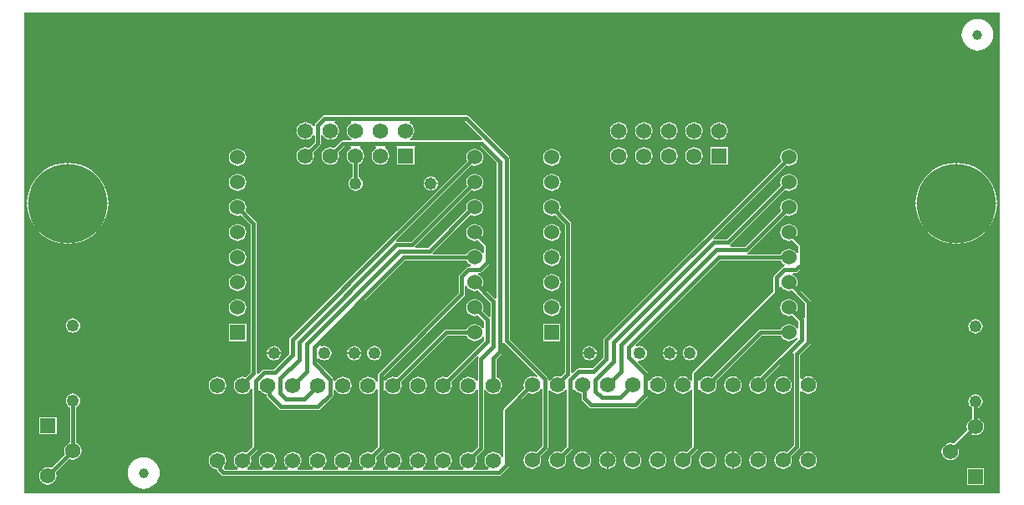
<source format=gtl>
G04*
G04 #@! TF.GenerationSoftware,Altium Limited,Altium Designer,20.0.13 (296)*
G04*
G04 Layer_Physical_Order=1*
G04 Layer_Color=255*
%FSLAX25Y25*%
%MOIN*%
G70*
G01*
G75*
%ADD21C,0.01500*%
%ADD22C,0.31496*%
%ADD23C,0.03937*%
%ADD24C,0.06000*%
%ADD25R,0.06000X0.06000*%
%ADD26C,0.04921*%
%ADD27C,0.06142*%
%ADD28R,0.06142X0.06142*%
%ADD29R,0.06142X0.06142*%
G36*
X391286Y2415D02*
X2415D01*
Y194436D01*
X391286D01*
Y2415D01*
D02*
G37*
%LPC*%
G36*
X382500Y191730D02*
X381264Y191608D01*
X380075Y191247D01*
X378980Y190662D01*
X378020Y189874D01*
X377232Y188914D01*
X376646Y187818D01*
X376286Y186630D01*
X376164Y185394D01*
X376286Y184158D01*
X376646Y182969D01*
X377232Y181874D01*
X378020Y180913D01*
X378980Y180125D01*
X380075Y179540D01*
X381264Y179179D01*
X382500Y179058D01*
X383736Y179179D01*
X384925Y179540D01*
X386020Y180125D01*
X386980Y180913D01*
X387768Y181874D01*
X388354Y182969D01*
X388714Y184158D01*
X388836Y185394D01*
X388714Y186630D01*
X388354Y187818D01*
X387768Y188914D01*
X386980Y189874D01*
X386020Y190662D01*
X384925Y191247D01*
X383736Y191608D01*
X382500Y191730D01*
D02*
G37*
G36*
X279668Y150522D02*
Y147247D01*
X282943D01*
X282850Y147953D01*
X282500Y148798D01*
X281944Y149523D01*
X281219Y150079D01*
X280375Y150429D01*
X279668Y150522D01*
D02*
G37*
G36*
X279269D02*
X278562Y150429D01*
X277718Y150079D01*
X276993Y149523D01*
X276437Y148798D01*
X276087Y147953D01*
X275994Y147247D01*
X279269D01*
Y150522D01*
D02*
G37*
G36*
X269669D02*
Y147247D01*
X272943D01*
X272850Y147953D01*
X272500Y148798D01*
X271944Y149523D01*
X271219Y150079D01*
X270375Y150429D01*
X269669Y150522D01*
D02*
G37*
G36*
X269268D02*
X268562Y150429D01*
X267718Y150079D01*
X266993Y149523D01*
X266437Y148798D01*
X266087Y147953D01*
X265994Y147247D01*
X269268D01*
Y150522D01*
D02*
G37*
G36*
X259668D02*
Y147247D01*
X262943D01*
X262850Y147953D01*
X262500Y148798D01*
X261944Y149523D01*
X261219Y150079D01*
X260375Y150429D01*
X259668Y150522D01*
D02*
G37*
G36*
X259268D02*
X258562Y150429D01*
X257718Y150079D01*
X256993Y149523D01*
X256437Y148798D01*
X256087Y147953D01*
X255994Y147247D01*
X259268D01*
Y150522D01*
D02*
G37*
G36*
X249669D02*
Y147247D01*
X252943D01*
X252850Y147953D01*
X252500Y148798D01*
X251944Y149523D01*
X251219Y150079D01*
X250375Y150429D01*
X249669Y150522D01*
D02*
G37*
G36*
X249269D02*
X248562Y150429D01*
X247718Y150079D01*
X246993Y149523D01*
X246437Y148798D01*
X246087Y147953D01*
X245994Y147247D01*
X249269D01*
Y150522D01*
D02*
G37*
G36*
X239668D02*
Y147247D01*
X242943D01*
X242850Y147953D01*
X242500Y148798D01*
X241944Y149523D01*
X241219Y150079D01*
X240375Y150429D01*
X239668Y150522D01*
D02*
G37*
G36*
X239268D02*
X238562Y150429D01*
X237718Y150079D01*
X236993Y149523D01*
X236437Y148798D01*
X236087Y147953D01*
X235994Y147247D01*
X239268D01*
Y150522D01*
D02*
G37*
G36*
X114269D02*
X113562Y150429D01*
X112718Y150079D01*
X111993Y149523D01*
X111437Y148798D01*
X111087Y147953D01*
X110994Y147247D01*
X114269D01*
Y150522D01*
D02*
G37*
G36*
X282943Y146847D02*
X279668D01*
Y143573D01*
X280375Y143666D01*
X281219Y144016D01*
X281944Y144572D01*
X282500Y145297D01*
X282850Y146141D01*
X282943Y146847D01*
D02*
G37*
G36*
X279269D02*
X275994D01*
X276087Y146141D01*
X276437Y145297D01*
X276993Y144572D01*
X277718Y144016D01*
X278562Y143666D01*
X279269Y143573D01*
Y146847D01*
D02*
G37*
G36*
X272943D02*
X269669D01*
Y143573D01*
X270375Y143666D01*
X271219Y144016D01*
X271944Y144572D01*
X272500Y145297D01*
X272850Y146141D01*
X272943Y146847D01*
D02*
G37*
G36*
X269268D02*
X265994D01*
X266087Y146141D01*
X266437Y145297D01*
X266993Y144572D01*
X267718Y144016D01*
X268562Y143666D01*
X269268Y143573D01*
Y146847D01*
D02*
G37*
G36*
X262943D02*
X259668D01*
Y143573D01*
X260375Y143666D01*
X261219Y144016D01*
X261944Y144572D01*
X262500Y145297D01*
X262850Y146141D01*
X262943Y146847D01*
D02*
G37*
G36*
X259268D02*
X255994D01*
X256087Y146141D01*
X256437Y145297D01*
X256993Y144572D01*
X257718Y144016D01*
X258562Y143666D01*
X259268Y143573D01*
Y146847D01*
D02*
G37*
G36*
X252943D02*
X249669D01*
Y143573D01*
X250375Y143666D01*
X251219Y144016D01*
X251944Y144572D01*
X252500Y145297D01*
X252850Y146141D01*
X252943Y146847D01*
D02*
G37*
G36*
X249269D02*
X245994D01*
X246087Y146141D01*
X246437Y145297D01*
X246993Y144572D01*
X247718Y144016D01*
X248562Y143666D01*
X249269Y143573D01*
Y146847D01*
D02*
G37*
G36*
X242943D02*
X239668D01*
Y143573D01*
X240375Y143666D01*
X241219Y144016D01*
X241944Y144572D01*
X242500Y145297D01*
X242850Y146141D01*
X242943Y146847D01*
D02*
G37*
G36*
X239268D02*
X235994D01*
X236087Y146141D01*
X236437Y145297D01*
X236993Y144572D01*
X237718Y144016D01*
X238562Y143666D01*
X239268Y143573D01*
Y146847D01*
D02*
G37*
G36*
X127943D02*
X124669D01*
Y143573D01*
X125375Y143666D01*
X126219Y144016D01*
X126944Y144572D01*
X127500Y145297D01*
X127850Y146141D01*
X127943Y146847D01*
D02*
G37*
G36*
X114269D02*
X110994D01*
X111087Y146141D01*
X111437Y145297D01*
X111993Y144572D01*
X112718Y144016D01*
X113562Y143666D01*
X114269Y143573D01*
Y146847D01*
D02*
G37*
G36*
X282939Y140518D02*
X275998D01*
Y133576D01*
X282939D01*
Y140518D01*
D02*
G37*
G36*
X269468Y140548D02*
X268562Y140429D01*
X267718Y140079D01*
X266993Y139523D01*
X266437Y138798D01*
X266087Y137953D01*
X265968Y137047D01*
X266087Y136141D01*
X266437Y135297D01*
X266993Y134572D01*
X267718Y134016D01*
X268562Y133666D01*
X269468Y133546D01*
X270375Y133666D01*
X271219Y134016D01*
X271944Y134572D01*
X272500Y135297D01*
X272850Y136141D01*
X272969Y137047D01*
X272850Y137953D01*
X272500Y138798D01*
X271944Y139523D01*
X271219Y140079D01*
X270375Y140429D01*
X269468Y140548D01*
D02*
G37*
G36*
X259469D02*
X258562Y140429D01*
X257718Y140079D01*
X256993Y139523D01*
X256437Y138798D01*
X256087Y137953D01*
X255968Y137047D01*
X256087Y136141D01*
X256437Y135297D01*
X256993Y134572D01*
X257718Y134016D01*
X258562Y133666D01*
X259469Y133546D01*
X260375Y133666D01*
X261219Y134016D01*
X261944Y134572D01*
X262500Y135297D01*
X262850Y136141D01*
X262969Y137047D01*
X262850Y137953D01*
X262500Y138798D01*
X261944Y139523D01*
X261219Y140079D01*
X260375Y140429D01*
X259469Y140548D01*
D02*
G37*
G36*
X249468D02*
X248562Y140429D01*
X247718Y140079D01*
X246993Y139523D01*
X246437Y138798D01*
X246087Y137953D01*
X245968Y137047D01*
X246087Y136141D01*
X246437Y135297D01*
X246993Y134572D01*
X247718Y134016D01*
X248562Y133666D01*
X249468Y133546D01*
X250375Y133666D01*
X251219Y134016D01*
X251944Y134572D01*
X252500Y135297D01*
X252850Y136141D01*
X252969Y137047D01*
X252850Y137953D01*
X252500Y138798D01*
X251944Y139523D01*
X251219Y140079D01*
X250375Y140429D01*
X249468Y140548D01*
D02*
G37*
G36*
X239469D02*
X238562Y140429D01*
X237718Y140079D01*
X236993Y139523D01*
X236437Y138798D01*
X236087Y137953D01*
X235968Y137047D01*
X236087Y136141D01*
X236437Y135297D01*
X236993Y134572D01*
X237718Y134016D01*
X238562Y133666D01*
X239469Y133546D01*
X240375Y133666D01*
X241219Y134016D01*
X241944Y134572D01*
X242500Y135297D01*
X242850Y136141D01*
X242969Y137047D01*
X242850Y137953D01*
X242500Y138798D01*
X241944Y139523D01*
X241219Y140079D01*
X240375Y140429D01*
X239469Y140548D01*
D02*
G37*
G36*
X212769Y139886D02*
X211881Y139769D01*
X211054Y139427D01*
X210344Y138882D01*
X209799Y138171D01*
X209456Y137344D01*
X209339Y136457D01*
X209456Y135569D01*
X209799Y134742D01*
X210344Y134032D01*
X211054Y133487D01*
X211881Y133144D01*
X212769Y133027D01*
X213656Y133144D01*
X214483Y133487D01*
X215193Y134032D01*
X215738Y134742D01*
X216081Y135569D01*
X216198Y136457D01*
X216081Y137344D01*
X215738Y138171D01*
X215193Y138882D01*
X214483Y139427D01*
X213656Y139769D01*
X212769Y139886D01*
D02*
G37*
G36*
X178655Y153226D02*
X122026D01*
X121577Y153137D01*
X121196Y152883D01*
X118573Y150259D01*
X118319Y149879D01*
X118229Y149430D01*
Y149095D01*
X117698Y148878D01*
X117442Y148874D01*
X116944Y149523D01*
X116219Y150079D01*
X115375Y150429D01*
X114669Y150522D01*
Y147047D01*
Y143573D01*
X115375Y143666D01*
X116219Y144016D01*
X116944Y144572D01*
X117442Y145221D01*
X117698Y145216D01*
X118229Y145000D01*
Y142466D01*
X115953Y140189D01*
X115375Y140429D01*
X114469Y140548D01*
X113562Y140429D01*
X112718Y140079D01*
X111993Y139523D01*
X111437Y138798D01*
X111087Y137953D01*
X110968Y137047D01*
X111087Y136141D01*
X111437Y135297D01*
X111993Y134572D01*
X112718Y134016D01*
X113562Y133666D01*
X114469Y133546D01*
X115375Y133666D01*
X116219Y134016D01*
X116944Y134572D01*
X117500Y135297D01*
X117850Y136141D01*
X117969Y137047D01*
X117850Y137953D01*
X117611Y138531D01*
X120231Y141152D01*
X120485Y141532D01*
X120574Y141981D01*
Y145321D01*
X121362Y145477D01*
X121437Y145297D01*
X121993Y144572D01*
X122718Y144016D01*
X123562Y143666D01*
X124268Y143573D01*
Y147047D01*
X124469D01*
Y147247D01*
X127943D01*
X127850Y147953D01*
X127500Y148798D01*
X126944Y149523D01*
X126219Y150079D01*
X126183Y150094D01*
X126339Y150881D01*
X132597D01*
X132754Y150094D01*
X132718Y150079D01*
X131993Y149523D01*
X131437Y148798D01*
X131087Y147953D01*
X130994Y147247D01*
X134468D01*
Y146847D01*
X130994D01*
X131087Y146141D01*
X131437Y145297D01*
X131993Y144572D01*
X132718Y144016D01*
X132903Y143939D01*
X132746Y143151D01*
X129400D01*
X128952Y143062D01*
X128571Y142808D01*
X125952Y140189D01*
X125375Y140429D01*
X124469Y140548D01*
X123562Y140429D01*
X122718Y140079D01*
X121993Y139523D01*
X121437Y138798D01*
X121087Y137953D01*
X120968Y137047D01*
X121087Y136141D01*
X121437Y135297D01*
X121993Y134572D01*
X122718Y134016D01*
X123562Y133666D01*
X124469Y133546D01*
X125375Y133666D01*
X126219Y134016D01*
X126944Y134572D01*
X127500Y135297D01*
X127850Y136141D01*
X127969Y137047D01*
X127850Y137953D01*
X127611Y138531D01*
X129886Y140806D01*
X132417D01*
X132634Y140282D01*
X132640Y140019D01*
X131993Y139523D01*
X131437Y138798D01*
X131087Y137953D01*
X130968Y137047D01*
X131087Y136141D01*
X131437Y135297D01*
X131993Y134572D01*
X132718Y134016D01*
X133296Y133776D01*
Y128595D01*
X133026Y128483D01*
X132428Y128024D01*
X131970Y127427D01*
X131682Y126731D01*
X131583Y125984D01*
X131682Y125238D01*
X131970Y124542D01*
X132428Y123944D01*
X133026Y123486D01*
X133722Y123197D01*
X134468Y123099D01*
X135215Y123197D01*
X135911Y123486D01*
X136509Y123944D01*
X136967Y124542D01*
X137256Y125238D01*
X137354Y125984D01*
X137256Y126731D01*
X136967Y127427D01*
X136509Y128024D01*
X135911Y128483D01*
X135641Y128595D01*
Y133776D01*
X136219Y134016D01*
X136944Y134572D01*
X137500Y135297D01*
X137850Y136141D01*
X137969Y137047D01*
X137850Y137953D01*
X137500Y138798D01*
X136944Y139523D01*
X136297Y140019D01*
X136303Y140282D01*
X136520Y140806D01*
X142417D01*
X142634Y140282D01*
X142640Y140019D01*
X141993Y139523D01*
X141437Y138798D01*
X141087Y137953D01*
X140968Y137047D01*
X141087Y136141D01*
X141437Y135297D01*
X141993Y134572D01*
X142718Y134016D01*
X143562Y133666D01*
X144468Y133546D01*
X145375Y133666D01*
X146219Y134016D01*
X146944Y134572D01*
X147500Y135297D01*
X147850Y136141D01*
X147969Y137047D01*
X147850Y137953D01*
X147500Y138798D01*
X146944Y139523D01*
X146297Y140019D01*
X146303Y140282D01*
X146520Y140806D01*
X150330D01*
X150998Y140518D01*
X150998Y140019D01*
Y133576D01*
X157939D01*
Y140019D01*
X157939Y140518D01*
X158607Y140806D01*
X184307D01*
X190828Y134286D01*
Y80370D01*
X190040Y80043D01*
X185056Y85027D01*
X185281Y85569D01*
X185398Y86457D01*
X185281Y87344D01*
X184938Y88171D01*
X184393Y88882D01*
X183683Y89427D01*
X183279Y89594D01*
X183435Y90382D01*
X183952D01*
X184401Y90471D01*
X184781Y90725D01*
X187787Y93731D01*
X188042Y94112D01*
X188131Y94560D01*
Y101467D01*
X188042Y101916D01*
X187787Y102296D01*
X185056Y105027D01*
X185281Y105569D01*
X185398Y106457D01*
X185281Y107344D01*
X184938Y108171D01*
X184393Y108882D01*
X183683Y109427D01*
X182856Y109769D01*
X181968Y109886D01*
X181081Y109769D01*
X180254Y109427D01*
X179544Y108882D01*
X178999Y108171D01*
X178656Y107344D01*
X178539Y106457D01*
X178656Y105569D01*
X178999Y104742D01*
X179544Y104032D01*
X180254Y103487D01*
X181081Y103144D01*
X181968Y103027D01*
X182856Y103144D01*
X183398Y103369D01*
X185786Y100981D01*
Y98183D01*
X184998Y98027D01*
X184938Y98171D01*
X184393Y98882D01*
X183683Y99427D01*
X182856Y99769D01*
X181968Y99886D01*
X181081Y99769D01*
X180254Y99427D01*
X179544Y98882D01*
X178999Y98171D01*
X178774Y97629D01*
X165401D01*
X165075Y98417D01*
X180192Y113534D01*
X180254Y113487D01*
X181081Y113144D01*
X181968Y113027D01*
X182856Y113144D01*
X183683Y113487D01*
X184393Y114032D01*
X184938Y114742D01*
X185281Y115569D01*
X185398Y116457D01*
X185281Y117344D01*
X184938Y118171D01*
X184393Y118882D01*
X183683Y119427D01*
X182856Y119769D01*
X181968Y119886D01*
X181081Y119769D01*
X180254Y119427D01*
X179544Y118882D01*
X178999Y118171D01*
X178656Y117344D01*
X178539Y116457D01*
X178656Y115569D01*
X178731Y115389D01*
X163514Y100172D01*
X158456D01*
X158130Y100960D01*
X180539Y123369D01*
X181081Y123144D01*
X181968Y123027D01*
X182856Y123144D01*
X183683Y123487D01*
X184393Y124032D01*
X184938Y124742D01*
X185281Y125569D01*
X185398Y126457D01*
X185281Y127344D01*
X184938Y128171D01*
X184393Y128882D01*
X183683Y129427D01*
X182856Y129769D01*
X181968Y129886D01*
X181081Y129769D01*
X180254Y129427D01*
X179544Y128882D01*
X178999Y128171D01*
X178656Y127344D01*
X178539Y126457D01*
X178656Y125569D01*
X178881Y125027D01*
X156526Y102673D01*
X150944D01*
X150679Y103085D01*
X150599Y103441D01*
X152460Y105302D01*
X152496Y105326D01*
X180539Y133369D01*
X181081Y133144D01*
X181968Y133027D01*
X182856Y133144D01*
X183683Y133487D01*
X184393Y134032D01*
X184938Y134742D01*
X185281Y135569D01*
X185398Y136457D01*
X185281Y137344D01*
X184938Y138171D01*
X184393Y138882D01*
X183683Y139427D01*
X182856Y139769D01*
X181968Y139886D01*
X181081Y139769D01*
X180254Y139427D01*
X179544Y138882D01*
X178999Y138171D01*
X178656Y137344D01*
X178539Y136457D01*
X178656Y135569D01*
X178881Y135027D01*
X150862Y107008D01*
X150826Y106984D01*
X108372Y64531D01*
X108118Y64150D01*
X108029Y63701D01*
Y58024D01*
X101727Y51723D01*
X97919D01*
X97470Y51633D01*
X97090Y51379D01*
X95796Y50085D01*
X95477Y50148D01*
X95023Y50426D01*
Y110074D01*
X94934Y110523D01*
X94680Y110904D01*
X90556Y115027D01*
X90781Y115569D01*
X90898Y116457D01*
X90781Y117344D01*
X90438Y118171D01*
X89893Y118882D01*
X89183Y119427D01*
X88356Y119769D01*
X87468Y119886D01*
X86581Y119769D01*
X85754Y119427D01*
X85044Y118882D01*
X84499Y118171D01*
X84156Y117344D01*
X84039Y116457D01*
X84156Y115569D01*
X84499Y114742D01*
X85044Y114032D01*
X85754Y113487D01*
X86581Y113144D01*
X87468Y113027D01*
X88356Y113144D01*
X88898Y113369D01*
X92678Y109589D01*
Y50723D01*
X90626Y48671D01*
X90375Y48775D01*
X89468Y48895D01*
X88562Y48775D01*
X87718Y48425D01*
X86993Y47869D01*
X86437Y47144D01*
X86087Y46300D01*
X85968Y45394D01*
X86087Y44488D01*
X86437Y43643D01*
X86993Y42918D01*
X87718Y42362D01*
X88562Y42012D01*
X89468Y41893D01*
X90375Y42012D01*
X91219Y42362D01*
X91944Y42918D01*
X92500Y43643D01*
X92703Y44133D01*
X93491Y43977D01*
Y21074D01*
X90952Y18536D01*
X90375Y18775D01*
X89468Y18894D01*
X88562Y18775D01*
X87718Y18426D01*
X86993Y17869D01*
X86437Y17144D01*
X86087Y16300D01*
X85968Y15394D01*
X86087Y14488D01*
X86437Y13643D01*
X86993Y12918D01*
X87590Y12460D01*
X87520Y11961D01*
X87379Y11672D01*
X82554D01*
X82061Y12189D01*
X81944Y12918D01*
X82500Y13643D01*
X82850Y14488D01*
X82969Y15394D01*
X82850Y16300D01*
X82500Y17144D01*
X81944Y17869D01*
X81219Y18426D01*
X80375Y18775D01*
X79469Y18894D01*
X78562Y18775D01*
X77718Y18426D01*
X76993Y17869D01*
X76437Y17144D01*
X76087Y16300D01*
X75968Y15394D01*
X76087Y14488D01*
X76437Y13643D01*
X76993Y12918D01*
X77718Y12362D01*
X78562Y12012D01*
X79184Y11930D01*
Y11799D01*
X79273Y11351D01*
X79527Y10970D01*
X80827Y9671D01*
X81207Y9417D01*
X81656Y9328D01*
X191614D01*
X192063Y9417D01*
X192443Y9671D01*
X195479Y12707D01*
X195733Y13087D01*
X195822Y13536D01*
Y34937D01*
X203323Y42438D01*
X204094Y42118D01*
X205000Y41999D01*
X205906Y42118D01*
X206750Y42468D01*
X207475Y43025D01*
X208032Y43750D01*
X208139Y44009D01*
X208927Y43852D01*
Y21085D01*
X206484Y18642D01*
X205906Y18881D01*
X205000Y19001D01*
X204094Y18881D01*
X203250Y18532D01*
X202524Y17976D01*
X201968Y17250D01*
X201619Y16406D01*
X201499Y15500D01*
X201619Y14594D01*
X201968Y13750D01*
X202524Y13025D01*
X203250Y12468D01*
X204094Y12118D01*
X205000Y11999D01*
X205906Y12118D01*
X206750Y12468D01*
X207475Y13025D01*
X208032Y13750D01*
X208382Y14594D01*
X208501Y15500D01*
X208382Y16406D01*
X208142Y16984D01*
X210928Y19770D01*
X211182Y20150D01*
X211272Y20599D01*
Y43417D01*
X211609Y43578D01*
X212059Y43631D01*
X212525Y43025D01*
X213250Y42468D01*
X214094Y42118D01*
X215000Y41999D01*
X215906Y42118D01*
X216750Y42468D01*
X217476Y43025D01*
X218032Y43750D01*
X218040Y43770D01*
X218828Y43613D01*
Y20986D01*
X216484Y18642D01*
X215906Y18881D01*
X215000Y19001D01*
X214094Y18881D01*
X213250Y18532D01*
X212525Y17976D01*
X211968Y17250D01*
X211618Y16406D01*
X211499Y15500D01*
X211618Y14594D01*
X211968Y13750D01*
X212525Y13025D01*
X213250Y12468D01*
X214094Y12118D01*
X215000Y11999D01*
X215906Y12118D01*
X216750Y12468D01*
X217476Y13025D01*
X218032Y13750D01*
X218382Y14594D01*
X218501Y15500D01*
X218382Y16406D01*
X218142Y16984D01*
X220829Y19671D01*
X221083Y20051D01*
X221172Y20500D01*
Y43613D01*
X221960Y43770D01*
X221968Y43750D01*
X222524Y43025D01*
X223250Y42468D01*
X224094Y42118D01*
X224648Y42046D01*
Y40179D01*
X224738Y39730D01*
X224992Y39350D01*
X227671Y36671D01*
X228051Y36417D01*
X228500Y36327D01*
X246000D01*
X246449Y36417D01*
X246829Y36671D01*
X250829Y40671D01*
X251083Y41051D01*
X251172Y41500D01*
Y43613D01*
X251960Y43770D01*
X251968Y43750D01*
X252524Y43025D01*
X253250Y42468D01*
X254094Y42118D01*
X255000Y41999D01*
X255906Y42118D01*
X256750Y42468D01*
X257475Y43025D01*
X258032Y43750D01*
X258382Y44594D01*
X258501Y45500D01*
X258382Y46406D01*
X258032Y47250D01*
X257475Y47976D01*
X256750Y48532D01*
X255906Y48882D01*
X255000Y49001D01*
X254094Y48882D01*
X253250Y48532D01*
X252524Y47976D01*
X251968Y47250D01*
X251960Y47230D01*
X251172Y47387D01*
Y50000D01*
X251083Y50449D01*
X250829Y50829D01*
X246997Y54661D01*
X247365Y55407D01*
X247804Y55349D01*
X248551Y55447D01*
X249246Y55736D01*
X249844Y56194D01*
X250302Y56792D01*
X250591Y57488D01*
X250689Y58234D01*
X250591Y58981D01*
X250302Y59677D01*
X249844Y60275D01*
X249246Y60733D01*
X248551Y61021D01*
X247804Y61120D01*
X247057Y61021D01*
X246607Y60835D01*
X246161Y61502D01*
X279942Y95284D01*
X304074D01*
X304299Y94742D01*
X304844Y94032D01*
X305554Y93487D01*
X305619Y93460D01*
X305462Y92672D01*
X305248D01*
X304799Y92583D01*
X304419Y92329D01*
X301445Y89355D01*
X301191Y88974D01*
X301101Y88526D01*
Y82759D01*
X269171Y50829D01*
X268917Y50449D01*
X268828Y50000D01*
Y47387D01*
X268040Y47230D01*
X268032Y47250D01*
X267476Y47976D01*
X266750Y48532D01*
X265906Y48882D01*
X265000Y49001D01*
X264094Y48882D01*
X263250Y48532D01*
X262525Y47976D01*
X261968Y47250D01*
X261618Y46406D01*
X261499Y45500D01*
X261618Y44594D01*
X261968Y43750D01*
X262525Y43025D01*
X263250Y42468D01*
X264094Y42118D01*
X265000Y41999D01*
X265906Y42118D01*
X266750Y42468D01*
X267476Y43025D01*
X268032Y43750D01*
X268040Y43770D01*
X268828Y43613D01*
Y20986D01*
X266484Y18642D01*
X265906Y18881D01*
X265000Y19001D01*
X264094Y18881D01*
X263250Y18532D01*
X262525Y17976D01*
X261968Y17250D01*
X261618Y16406D01*
X261499Y15500D01*
X261618Y14594D01*
X261968Y13750D01*
X262525Y13025D01*
X263250Y12468D01*
X264094Y12118D01*
X265000Y11999D01*
X265906Y12118D01*
X266750Y12468D01*
X267476Y13025D01*
X268032Y13750D01*
X268382Y14594D01*
X268501Y15500D01*
X268382Y16406D01*
X268142Y16984D01*
X270829Y19671D01*
X271083Y20051D01*
X271172Y20500D01*
Y43613D01*
X271960Y43770D01*
X271968Y43750D01*
X272524Y43025D01*
X273250Y42468D01*
X274094Y42118D01*
X275000Y41999D01*
X275906Y42118D01*
X276750Y42468D01*
X277476Y43025D01*
X278032Y43750D01*
X278381Y44594D01*
X278501Y45500D01*
X278381Y46406D01*
X278142Y46984D01*
X296442Y65284D01*
X304074D01*
X304299Y64742D01*
X304844Y64032D01*
X305554Y63487D01*
X306381Y63144D01*
X307269Y63027D01*
X308156Y63144D01*
X308983Y63487D01*
X309693Y64032D01*
X309886Y64282D01*
X310751Y64116D01*
X310796Y63955D01*
X295745Y48903D01*
X295000Y49001D01*
X294094Y48882D01*
X293250Y48532D01*
X292525Y47976D01*
X291968Y47250D01*
X291618Y46406D01*
X291499Y45500D01*
X291618Y44594D01*
X291968Y43750D01*
X292525Y43025D01*
X293250Y42468D01*
X294094Y42118D01*
X295000Y41999D01*
X295906Y42118D01*
X296750Y42468D01*
X297476Y43025D01*
X298032Y43750D01*
X298381Y44594D01*
X298501Y45500D01*
X298381Y46406D01*
X298032Y47250D01*
X297761Y47603D01*
X308616Y58457D01*
X309341Y58069D01*
X309328Y58000D01*
Y21486D01*
X306484Y18642D01*
X305906Y18881D01*
X305000Y19001D01*
X304094Y18881D01*
X303250Y18532D01*
X302524Y17976D01*
X301968Y17250D01*
X301619Y16406D01*
X301499Y15500D01*
X301619Y14594D01*
X301968Y13750D01*
X302524Y13025D01*
X303250Y12468D01*
X304094Y12118D01*
X305000Y11999D01*
X305906Y12118D01*
X306750Y12468D01*
X307475Y13025D01*
X308032Y13750D01*
X308382Y14594D01*
X308501Y15500D01*
X308382Y16406D01*
X308142Y16984D01*
X311329Y20171D01*
X311583Y20551D01*
X311672Y21000D01*
Y42842D01*
X312460Y43109D01*
X312525Y43025D01*
X313250Y42468D01*
X314094Y42118D01*
X315000Y41999D01*
X315906Y42118D01*
X316750Y42468D01*
X317476Y43025D01*
X318032Y43750D01*
X318382Y44594D01*
X318501Y45500D01*
X318382Y46406D01*
X318032Y47250D01*
X317476Y47976D01*
X316750Y48532D01*
X315906Y48882D01*
X315000Y49001D01*
X314094Y48882D01*
X313250Y48532D01*
X312525Y47976D01*
X312460Y47891D01*
X311672Y48158D01*
Y57514D01*
X315829Y61671D01*
X316083Y62051D01*
X316173Y62500D01*
Y78725D01*
X316083Y79174D01*
X315829Y79554D01*
X310356Y85027D01*
X310581Y85569D01*
X310698Y86457D01*
X310581Y87344D01*
X310238Y88171D01*
X309693Y88882D01*
X308983Y89427D01*
X308709Y89540D01*
X308866Y90328D01*
X310000D01*
X310449Y90417D01*
X310829Y90671D01*
X313032Y92874D01*
X313286Y93255D01*
X313376Y93703D01*
Y101522D01*
X313286Y101971D01*
X313032Y102351D01*
X310356Y105027D01*
X310581Y105569D01*
X310698Y106457D01*
X310581Y107344D01*
X310238Y108171D01*
X309693Y108882D01*
X308983Y109427D01*
X308156Y109769D01*
X307269Y109886D01*
X306381Y109769D01*
X305554Y109427D01*
X304844Y108882D01*
X304299Y108171D01*
X303956Y107344D01*
X303839Y106457D01*
X303956Y105569D01*
X304299Y104742D01*
X304844Y104032D01*
X305554Y103487D01*
X306381Y103144D01*
X307269Y103027D01*
X308156Y103144D01*
X308698Y103369D01*
X311031Y101036D01*
Y98316D01*
X310243Y98160D01*
X310238Y98171D01*
X309693Y98882D01*
X308983Y99427D01*
X308156Y99769D01*
X307269Y99886D01*
X306381Y99769D01*
X305554Y99427D01*
X304844Y98882D01*
X304299Y98171D01*
X304074Y97629D01*
X290838D01*
X290760Y98417D01*
X290760Y98417D01*
X291141Y98671D01*
X305839Y113369D01*
X306381Y113144D01*
X307269Y113027D01*
X308156Y113144D01*
X308983Y113487D01*
X309693Y114032D01*
X310238Y114742D01*
X310581Y115569D01*
X310698Y116457D01*
X310581Y117344D01*
X310238Y118171D01*
X309693Y118882D01*
X308983Y119427D01*
X308156Y119769D01*
X307269Y119886D01*
X306381Y119769D01*
X305554Y119427D01*
X304844Y118882D01*
X304299Y118171D01*
X303956Y117344D01*
X303839Y116457D01*
X303956Y115569D01*
X304181Y115027D01*
X289826Y100672D01*
X284010D01*
X283922Y100800D01*
X283829Y101671D01*
X305618Y123460D01*
X306381Y123144D01*
X307269Y123027D01*
X308156Y123144D01*
X308983Y123487D01*
X309693Y124032D01*
X310238Y124742D01*
X310581Y125569D01*
X310698Y126457D01*
X310581Y127344D01*
X310238Y128171D01*
X309693Y128882D01*
X308983Y129427D01*
X308156Y129769D01*
X307269Y129886D01*
X306381Y129769D01*
X305554Y129427D01*
X304844Y128882D01*
X304299Y128171D01*
X303956Y127344D01*
X303839Y126457D01*
X303956Y125569D01*
X304089Y125248D01*
X282514Y103673D01*
X277500D01*
X277311Y103635D01*
X276924Y104361D01*
X305904Y133342D01*
X306381Y133144D01*
X307269Y133027D01*
X308156Y133144D01*
X308983Y133487D01*
X309693Y134032D01*
X310238Y134742D01*
X310581Y135569D01*
X310698Y136457D01*
X310581Y137344D01*
X310238Y138171D01*
X309693Y138882D01*
X308983Y139427D01*
X308156Y139769D01*
X307269Y139886D01*
X306381Y139769D01*
X305554Y139427D01*
X304844Y138882D01*
X304299Y138171D01*
X303956Y137344D01*
X303839Y136457D01*
X303956Y135569D01*
X304208Y134961D01*
X233671Y64424D01*
X233417Y64044D01*
X233328Y63595D01*
Y56486D01*
X229014Y52172D01*
X223500D01*
X223051Y52083D01*
X222671Y51829D01*
X221122Y50280D01*
X220334Y50606D01*
Y110063D01*
X220245Y110512D01*
X219991Y110892D01*
X215856Y115027D01*
X216081Y115569D01*
X216198Y116457D01*
X216081Y117344D01*
X215738Y118171D01*
X215193Y118882D01*
X214483Y119427D01*
X213656Y119769D01*
X212769Y119886D01*
X211881Y119769D01*
X211054Y119427D01*
X210344Y118882D01*
X209799Y118171D01*
X209456Y117344D01*
X209339Y116457D01*
X209456Y115569D01*
X209799Y114742D01*
X210344Y114032D01*
X211054Y113487D01*
X211881Y113144D01*
X212769Y113027D01*
X213656Y113144D01*
X214198Y113369D01*
X217989Y109578D01*
Y50566D01*
X216188Y48765D01*
X215906Y48882D01*
X215000Y49001D01*
X214094Y48882D01*
X213250Y48532D01*
X212525Y47976D01*
X212059Y47369D01*
X211609Y47422D01*
X211272Y47583D01*
Y47901D01*
X211182Y48350D01*
X210928Y48730D01*
X195920Y63739D01*
Y135962D01*
X195830Y136410D01*
X195576Y136791D01*
X179484Y152883D01*
X179104Y153137D01*
X178655Y153226D01*
D02*
G37*
G36*
X87468Y139886D02*
X86581Y139769D01*
X85754Y139427D01*
X85044Y138882D01*
X84499Y138171D01*
X84156Y137344D01*
X84039Y136457D01*
X84156Y135569D01*
X84499Y134742D01*
X85044Y134032D01*
X85754Y133487D01*
X86581Y133144D01*
X87468Y133027D01*
X88356Y133144D01*
X89183Y133487D01*
X89893Y134032D01*
X90438Y134742D01*
X90781Y135569D01*
X90898Y136457D01*
X90781Y137344D01*
X90438Y138171D01*
X89893Y138882D01*
X89183Y139427D01*
X88356Y139769D01*
X87468Y139886D01*
D02*
G37*
G36*
X164669Y128843D02*
Y126184D01*
X167327D01*
X167255Y126731D01*
X166967Y127427D01*
X166509Y128024D01*
X165911Y128483D01*
X165215Y128771D01*
X164669Y128843D01*
D02*
G37*
G36*
X164269D02*
X163722Y128771D01*
X163026Y128483D01*
X162428Y128024D01*
X161970Y127427D01*
X161681Y126731D01*
X161609Y126184D01*
X164269D01*
Y128843D01*
D02*
G37*
G36*
X167327Y125784D02*
X164669D01*
Y123125D01*
X165215Y123197D01*
X165911Y123486D01*
X166509Y123944D01*
X166967Y124542D01*
X167255Y125238D01*
X167327Y125784D01*
D02*
G37*
G36*
X164269D02*
X161609D01*
X161681Y125238D01*
X161970Y124542D01*
X162428Y123944D01*
X163026Y123486D01*
X163722Y123197D01*
X164269Y123125D01*
Y125784D01*
D02*
G37*
G36*
X212769Y129886D02*
X211881Y129769D01*
X211054Y129427D01*
X210344Y128882D01*
X209799Y128171D01*
X209456Y127344D01*
X209339Y126457D01*
X209456Y125569D01*
X209799Y124742D01*
X210344Y124032D01*
X211054Y123487D01*
X211881Y123144D01*
X212769Y123027D01*
X213656Y123144D01*
X214483Y123487D01*
X215193Y124032D01*
X215738Y124742D01*
X216081Y125569D01*
X216198Y126457D01*
X216081Y127344D01*
X215738Y128171D01*
X215193Y128882D01*
X214483Y129427D01*
X213656Y129769D01*
X212769Y129886D01*
D02*
G37*
G36*
X87468D02*
X86581Y129769D01*
X85754Y129427D01*
X85044Y128882D01*
X84499Y128171D01*
X84156Y127344D01*
X84039Y126457D01*
X84156Y125569D01*
X84499Y124742D01*
X85044Y124032D01*
X85754Y123487D01*
X86581Y123144D01*
X87468Y123027D01*
X88356Y123144D01*
X89183Y123487D01*
X89893Y124032D01*
X90438Y124742D01*
X90781Y125569D01*
X90898Y126457D01*
X90781Y127344D01*
X90438Y128171D01*
X89893Y128882D01*
X89183Y129427D01*
X88356Y129769D01*
X87468Y129886D01*
D02*
G37*
G36*
X374216Y134292D02*
Y118310D01*
X390198D01*
X390014Y120644D01*
X389421Y123116D01*
X388448Y125464D01*
X387120Y127631D01*
X385469Y129564D01*
X383537Y131215D01*
X381369Y132543D01*
X379021Y133515D01*
X376550Y134109D01*
X374216Y134292D01*
D02*
G37*
G36*
X373816D02*
X371482Y134109D01*
X369010Y133515D01*
X366662Y132543D01*
X364495Y131215D01*
X362562Y129564D01*
X360911Y127631D01*
X359583Y125464D01*
X358611Y123116D01*
X358017Y120644D01*
X357834Y118310D01*
X373816D01*
Y134292D01*
D02*
G37*
G36*
X19885D02*
Y118310D01*
X35867D01*
X35684Y120644D01*
X35090Y123116D01*
X34117Y125464D01*
X32789Y127631D01*
X31139Y129564D01*
X29206Y131215D01*
X27039Y132543D01*
X24690Y133515D01*
X22219Y134109D01*
X19885Y134292D01*
D02*
G37*
G36*
X19485D02*
X17151Y134109D01*
X14680Y133515D01*
X12331Y132543D01*
X10164Y131215D01*
X8231Y129564D01*
X6581Y127631D01*
X5253Y125464D01*
X4280Y123116D01*
X3686Y120644D01*
X3503Y118310D01*
X19485D01*
Y134292D01*
D02*
G37*
G36*
X212769Y109886D02*
X211881Y109769D01*
X211054Y109427D01*
X210344Y108882D01*
X209799Y108171D01*
X209456Y107344D01*
X209339Y106457D01*
X209456Y105569D01*
X209799Y104742D01*
X210344Y104032D01*
X211054Y103487D01*
X211881Y103144D01*
X212769Y103027D01*
X213656Y103144D01*
X214483Y103487D01*
X215193Y104032D01*
X215738Y104742D01*
X216081Y105569D01*
X216198Y106457D01*
X216081Y107344D01*
X215738Y108171D01*
X215193Y108882D01*
X214483Y109427D01*
X213656Y109769D01*
X212769Y109886D01*
D02*
G37*
G36*
X87468D02*
X86581Y109769D01*
X85754Y109427D01*
X85044Y108882D01*
X84499Y108171D01*
X84156Y107344D01*
X84039Y106457D01*
X84156Y105569D01*
X84499Y104742D01*
X85044Y104032D01*
X85754Y103487D01*
X86581Y103144D01*
X87468Y103027D01*
X88356Y103144D01*
X89183Y103487D01*
X89893Y104032D01*
X90438Y104742D01*
X90781Y105569D01*
X90898Y106457D01*
X90781Y107344D01*
X90438Y108171D01*
X89893Y108882D01*
X89183Y109427D01*
X88356Y109769D01*
X87468Y109886D01*
D02*
G37*
G36*
X390198Y117910D02*
X374216D01*
Y101928D01*
X376550Y102112D01*
X379021Y102705D01*
X381369Y103678D01*
X383537Y105006D01*
X385469Y106657D01*
X387120Y108589D01*
X388448Y110757D01*
X389421Y113105D01*
X390014Y115576D01*
X390198Y117910D01*
D02*
G37*
G36*
X373816D02*
X357834D01*
X358017Y115576D01*
X358611Y113105D01*
X359583Y110757D01*
X360911Y108589D01*
X362562Y106657D01*
X364495Y105006D01*
X366662Y103678D01*
X369010Y102705D01*
X371482Y102112D01*
X373816Y101928D01*
Y117910D01*
D02*
G37*
G36*
X35867D02*
X19885D01*
Y101928D01*
X22219Y102112D01*
X24690Y102705D01*
X27039Y103678D01*
X29206Y105006D01*
X31139Y106657D01*
X32789Y108589D01*
X34117Y110757D01*
X35090Y113105D01*
X35684Y115576D01*
X35867Y117910D01*
D02*
G37*
G36*
X19485D02*
X3503D01*
X3686Y115576D01*
X4280Y113105D01*
X5253Y110757D01*
X6581Y108589D01*
X8231Y106657D01*
X10164Y105006D01*
X12331Y103678D01*
X14680Y102705D01*
X17151Y102112D01*
X19485Y101928D01*
Y117910D01*
D02*
G37*
G36*
X212769Y99886D02*
X211881Y99769D01*
X211054Y99427D01*
X210344Y98882D01*
X209799Y98171D01*
X209456Y97344D01*
X209339Y96457D01*
X209456Y95569D01*
X209799Y94742D01*
X210344Y94032D01*
X211054Y93487D01*
X211881Y93144D01*
X212769Y93027D01*
X213656Y93144D01*
X214483Y93487D01*
X215193Y94032D01*
X215738Y94742D01*
X216081Y95569D01*
X216198Y96457D01*
X216081Y97344D01*
X215738Y98171D01*
X215193Y98882D01*
X214483Y99427D01*
X213656Y99769D01*
X212769Y99886D01*
D02*
G37*
G36*
X87468D02*
X86581Y99769D01*
X85754Y99427D01*
X85044Y98882D01*
X84499Y98171D01*
X84156Y97344D01*
X84039Y96457D01*
X84156Y95569D01*
X84499Y94742D01*
X85044Y94032D01*
X85754Y93487D01*
X86581Y93144D01*
X87468Y93027D01*
X88356Y93144D01*
X89183Y93487D01*
X89893Y94032D01*
X90438Y94742D01*
X90781Y95569D01*
X90898Y96457D01*
X90781Y97344D01*
X90438Y98171D01*
X89893Y98882D01*
X89183Y99427D01*
X88356Y99769D01*
X87468Y99886D01*
D02*
G37*
G36*
X212769Y89886D02*
X211881Y89769D01*
X211054Y89427D01*
X210344Y88882D01*
X209799Y88171D01*
X209456Y87344D01*
X209339Y86457D01*
X209456Y85569D01*
X209799Y84742D01*
X210344Y84032D01*
X211054Y83487D01*
X211881Y83144D01*
X212769Y83027D01*
X213656Y83144D01*
X214483Y83487D01*
X215193Y84032D01*
X215738Y84742D01*
X216081Y85569D01*
X216198Y86457D01*
X216081Y87344D01*
X215738Y88171D01*
X215193Y88882D01*
X214483Y89427D01*
X213656Y89769D01*
X212769Y89886D01*
D02*
G37*
G36*
X87468D02*
X86581Y89769D01*
X85754Y89427D01*
X85044Y88882D01*
X84499Y88171D01*
X84156Y87344D01*
X84039Y86457D01*
X84156Y85569D01*
X84499Y84742D01*
X85044Y84032D01*
X85754Y83487D01*
X86581Y83144D01*
X87468Y83027D01*
X88356Y83144D01*
X89183Y83487D01*
X89893Y84032D01*
X90438Y84742D01*
X90781Y85569D01*
X90898Y86457D01*
X90781Y87344D01*
X90438Y88171D01*
X89893Y88882D01*
X89183Y89427D01*
X88356Y89769D01*
X87468Y89886D01*
D02*
G37*
G36*
X212769Y79886D02*
X211881Y79769D01*
X211054Y79427D01*
X210344Y78882D01*
X209799Y78171D01*
X209456Y77344D01*
X209339Y76457D01*
X209456Y75569D01*
X209799Y74742D01*
X210344Y74032D01*
X211054Y73487D01*
X211881Y73144D01*
X212769Y73027D01*
X213656Y73144D01*
X214483Y73487D01*
X215193Y74032D01*
X215738Y74742D01*
X216081Y75569D01*
X216198Y76457D01*
X216081Y77344D01*
X215738Y78171D01*
X215193Y78882D01*
X214483Y79427D01*
X213656Y79769D01*
X212769Y79886D01*
D02*
G37*
G36*
X87468D02*
X86581Y79769D01*
X85754Y79427D01*
X85044Y78882D01*
X84499Y78171D01*
X84156Y77344D01*
X84039Y76457D01*
X84156Y75569D01*
X84499Y74742D01*
X85044Y74032D01*
X85754Y73487D01*
X86581Y73144D01*
X87468Y73027D01*
X88356Y73144D01*
X89183Y73487D01*
X89893Y74032D01*
X90438Y74742D01*
X90781Y75569D01*
X90898Y76457D01*
X90781Y77344D01*
X90438Y78171D01*
X89893Y78882D01*
X89183Y79427D01*
X88356Y79769D01*
X87468Y79886D01*
D02*
G37*
G36*
X21752Y72157D02*
X21005Y72059D01*
X20309Y71770D01*
X19712Y71312D01*
X19253Y70714D01*
X18965Y70018D01*
X18867Y69272D01*
X18965Y68525D01*
X19253Y67829D01*
X19712Y67231D01*
X20309Y66773D01*
X21005Y66485D01*
X21752Y66386D01*
X22499Y66485D01*
X23195Y66773D01*
X23792Y67231D01*
X24251Y67829D01*
X24539Y68525D01*
X24637Y69272D01*
X24539Y70018D01*
X24251Y70714D01*
X23792Y71312D01*
X23195Y71770D01*
X22499Y72059D01*
X21752Y72157D01*
D02*
G37*
G36*
X381666Y71842D02*
X380919Y71744D01*
X380223Y71455D01*
X379626Y70997D01*
X379167Y70399D01*
X378879Y69703D01*
X378781Y68957D01*
X378879Y68210D01*
X379167Y67514D01*
X379626Y66917D01*
X380223Y66458D01*
X380919Y66170D01*
X381666Y66071D01*
X382413Y66170D01*
X383109Y66458D01*
X383706Y66917D01*
X384165Y67514D01*
X384453Y68210D01*
X384552Y68957D01*
X384453Y69703D01*
X384165Y70399D01*
X383706Y70997D01*
X383109Y71455D01*
X382413Y71744D01*
X381666Y71842D01*
D02*
G37*
G36*
X216168Y69857D02*
X209368D01*
Y63057D01*
X216168D01*
Y69857D01*
D02*
G37*
G36*
X90869D02*
X84069D01*
Y63057D01*
X90869D01*
Y69857D01*
D02*
G37*
G36*
X102169Y61127D02*
Y58468D01*
X104827D01*
X104755Y59014D01*
X104467Y59710D01*
X104009Y60308D01*
X103411Y60767D01*
X102715Y61055D01*
X102169Y61127D01*
D02*
G37*
G36*
X227969Y61127D02*
Y58468D01*
X230627D01*
X230556Y59014D01*
X230267Y59710D01*
X229809Y60308D01*
X229211Y60767D01*
X228515Y61055D01*
X227969Y61127D01*
D02*
G37*
G36*
X259968Y61127D02*
Y58468D01*
X262628D01*
X262556Y59014D01*
X262267Y59710D01*
X261809Y60308D01*
X261211Y60767D01*
X260515Y61055D01*
X259968Y61127D01*
D02*
G37*
G36*
X259569D02*
X259022Y61055D01*
X258326Y60767D01*
X257728Y60308D01*
X257270Y59710D01*
X256981Y59014D01*
X256909Y58468D01*
X259569D01*
Y61127D01*
D02*
G37*
G36*
X227569D02*
X227022Y61055D01*
X226326Y60767D01*
X225728Y60308D01*
X225270Y59710D01*
X224981Y59014D01*
X224909Y58468D01*
X227569D01*
Y61127D01*
D02*
G37*
G36*
X101769D02*
X101222Y61055D01*
X100526Y60767D01*
X99928Y60308D01*
X99470Y59710D01*
X99181Y59014D01*
X99110Y58468D01*
X101769D01*
Y61127D01*
D02*
G37*
G36*
X227569Y58068D02*
X224909D01*
X224981Y57521D01*
X225270Y56825D01*
X225728Y56227D01*
X226326Y55769D01*
X227022Y55481D01*
X227569Y55409D01*
Y58068D01*
D02*
G37*
G36*
X104827D02*
X102169D01*
Y55409D01*
X102715Y55481D01*
X103411Y55769D01*
X104009Y56227D01*
X104467Y56825D01*
X104755Y57521D01*
X104827Y58068D01*
D02*
G37*
G36*
X262628D02*
X259968D01*
Y55409D01*
X260515Y55481D01*
X261211Y55769D01*
X261809Y56227D01*
X262267Y56825D01*
X262556Y57521D01*
X262628Y58068D01*
D02*
G37*
G36*
X259569D02*
X256909D01*
X256981Y57521D01*
X257270Y56825D01*
X257728Y56227D01*
X258326Y55769D01*
X259022Y55481D01*
X259569Y55409D01*
Y58068D01*
D02*
G37*
G36*
X101769D02*
X99110D01*
X99181Y57521D01*
X99470Y56825D01*
X99928Y56227D01*
X100526Y55769D01*
X101222Y55481D01*
X101769Y55409D01*
Y58068D01*
D02*
G37*
G36*
X230627D02*
X227969D01*
Y55409D01*
X228515Y55481D01*
X229211Y55769D01*
X229809Y56227D01*
X230267Y56825D01*
X230556Y57521D01*
X230627Y58068D01*
D02*
G37*
G36*
X267769Y61153D02*
X267022Y61055D01*
X266326Y60767D01*
X265728Y60308D01*
X265270Y59710D01*
X264982Y59014D01*
X264883Y58268D01*
X264982Y57521D01*
X265270Y56825D01*
X265728Y56227D01*
X266326Y55769D01*
X267022Y55481D01*
X267769Y55382D01*
X268515Y55481D01*
X269211Y55769D01*
X269809Y56227D01*
X270267Y56825D01*
X270555Y57521D01*
X270654Y58268D01*
X270555Y59014D01*
X270267Y59710D01*
X269809Y60308D01*
X269211Y60767D01*
X268515Y61055D01*
X267769Y61153D01*
D02*
G37*
G36*
X305000Y49001D02*
X304094Y48882D01*
X303250Y48532D01*
X302524Y47976D01*
X301968Y47250D01*
X301619Y46406D01*
X301499Y45500D01*
X301619Y44594D01*
X301968Y43750D01*
X302524Y43025D01*
X303250Y42468D01*
X304094Y42118D01*
X305000Y41999D01*
X305906Y42118D01*
X306750Y42468D01*
X307475Y43025D01*
X308032Y43750D01*
X308382Y44594D01*
X308501Y45500D01*
X308382Y46406D01*
X308032Y47250D01*
X307475Y47976D01*
X306750Y48532D01*
X305906Y48882D01*
X305000Y49001D01*
D02*
G37*
G36*
X285000D02*
X284094Y48882D01*
X283250Y48532D01*
X282524Y47976D01*
X281968Y47250D01*
X281618Y46406D01*
X281499Y45500D01*
X281618Y44594D01*
X281968Y43750D01*
X282524Y43025D01*
X283250Y42468D01*
X284094Y42118D01*
X285000Y41999D01*
X285906Y42118D01*
X286750Y42468D01*
X287475Y43025D01*
X288032Y43750D01*
X288382Y44594D01*
X288501Y45500D01*
X288382Y46406D01*
X288032Y47250D01*
X287475Y47976D01*
X286750Y48532D01*
X285906Y48882D01*
X285000Y49001D01*
D02*
G37*
G36*
X79469Y48895D02*
X78562Y48775D01*
X77718Y48425D01*
X76993Y47869D01*
X76437Y47144D01*
X76087Y46300D01*
X75968Y45394D01*
X76087Y44488D01*
X76437Y43643D01*
X76993Y42918D01*
X77718Y42362D01*
X78562Y42012D01*
X79469Y41893D01*
X80375Y42012D01*
X81219Y42362D01*
X81944Y42918D01*
X82500Y43643D01*
X82850Y44488D01*
X82969Y45394D01*
X82850Y46300D01*
X82500Y47144D01*
X81944Y47869D01*
X81219Y48425D01*
X80375Y48775D01*
X79469Y48895D01*
D02*
G37*
G36*
X15223Y32743D02*
X8281D01*
Y25801D01*
X15223D01*
Y32743D01*
D02*
G37*
G36*
X381666Y41842D02*
X380919Y41744D01*
X380223Y41455D01*
X379626Y40997D01*
X379167Y40399D01*
X378879Y39703D01*
X378781Y38957D01*
X378879Y38210D01*
X379167Y37514D01*
X379626Y36917D01*
X380223Y36458D01*
X380494Y36346D01*
Y32228D01*
X379916Y31988D01*
X379191Y31432D01*
X378634Y30707D01*
X378285Y29863D01*
X378165Y28957D01*
X378285Y28051D01*
X378524Y27473D01*
X373150Y22099D01*
X372572Y22338D01*
X371666Y22457D01*
X370760Y22338D01*
X369916Y21989D01*
X369191Y21432D01*
X368634Y20707D01*
X368285Y19863D01*
X368165Y18957D01*
X368285Y18051D01*
X368634Y17206D01*
X369191Y16481D01*
X369916Y15925D01*
X370760Y15575D01*
X371666Y15456D01*
X372572Y15575D01*
X373417Y15925D01*
X374142Y16481D01*
X374698Y17206D01*
X375048Y18051D01*
X375167Y18957D01*
X375048Y19863D01*
X374808Y20441D01*
X380182Y25815D01*
X380760Y25575D01*
X381666Y25456D01*
X382572Y25575D01*
X383417Y25925D01*
X384142Y26481D01*
X384698Y27206D01*
X385048Y28051D01*
X385167Y28957D01*
X385048Y29863D01*
X384698Y30707D01*
X384142Y31432D01*
X383417Y31988D01*
X382839Y32228D01*
Y36346D01*
X383109Y36458D01*
X383706Y36917D01*
X384165Y37514D01*
X384453Y38210D01*
X384552Y38957D01*
X384453Y39703D01*
X384165Y40399D01*
X383706Y40997D01*
X383109Y41455D01*
X382413Y41744D01*
X381666Y41842D01*
D02*
G37*
G36*
X21752Y42157D02*
X21005Y42059D01*
X20309Y41770D01*
X19712Y41312D01*
X19253Y40714D01*
X18965Y40018D01*
X18867Y39272D01*
X18965Y38525D01*
X19253Y37829D01*
X19712Y37231D01*
X20309Y36773D01*
X20579Y36661D01*
Y22543D01*
X20002Y22303D01*
X19276Y21747D01*
X18720Y21022D01*
X18370Y20178D01*
X18251Y19272D01*
X18370Y18366D01*
X18610Y17788D01*
X13236Y12414D01*
X12658Y12653D01*
X11752Y12773D01*
X10846Y12653D01*
X10002Y12303D01*
X9277Y11747D01*
X8720Y11022D01*
X8370Y10178D01*
X8251Y9272D01*
X8370Y8366D01*
X8720Y7521D01*
X9277Y6796D01*
X10002Y6240D01*
X10846Y5890D01*
X11752Y5771D01*
X12658Y5890D01*
X13502Y6240D01*
X14227Y6796D01*
X14784Y7521D01*
X15134Y8366D01*
X15253Y9272D01*
X15134Y10178D01*
X14894Y10756D01*
X20268Y16129D01*
X20846Y15890D01*
X21752Y15771D01*
X22658Y15890D01*
X23502Y16240D01*
X24227Y16796D01*
X24784Y17521D01*
X25133Y18366D01*
X25253Y19272D01*
X25133Y20178D01*
X24784Y21022D01*
X24227Y21747D01*
X23502Y22303D01*
X22925Y22543D01*
Y36661D01*
X23195Y36773D01*
X23792Y37231D01*
X24251Y37829D01*
X24539Y38525D01*
X24637Y39272D01*
X24539Y40018D01*
X24251Y40714D01*
X23792Y41312D01*
X23195Y41770D01*
X22499Y42059D01*
X21752Y42157D01*
D02*
G37*
G36*
X285200Y18974D02*
Y15700D01*
X288474D01*
X288382Y16406D01*
X288032Y17250D01*
X287475Y17976D01*
X286750Y18532D01*
X285906Y18881D01*
X285200Y18974D01*
D02*
G37*
G36*
X235200D02*
Y15700D01*
X238474D01*
X238382Y16406D01*
X238032Y17250D01*
X237475Y17976D01*
X236750Y18532D01*
X235906Y18881D01*
X235200Y18974D01*
D02*
G37*
G36*
X284800D02*
X284094Y18881D01*
X283250Y18532D01*
X282524Y17976D01*
X281968Y17250D01*
X281618Y16406D01*
X281525Y15700D01*
X284800D01*
Y18974D01*
D02*
G37*
G36*
X234800D02*
X234094Y18881D01*
X233250Y18532D01*
X232524Y17976D01*
X231968Y17250D01*
X231618Y16406D01*
X231525Y15700D01*
X234800D01*
Y18974D01*
D02*
G37*
G36*
X288474Y15300D02*
X285200D01*
Y12026D01*
X285906Y12118D01*
X286750Y12468D01*
X287475Y13025D01*
X288032Y13750D01*
X288382Y14594D01*
X288474Y15300D01*
D02*
G37*
G36*
X238474D02*
X235200D01*
Y12026D01*
X235906Y12118D01*
X236750Y12468D01*
X237475Y13025D01*
X238032Y13750D01*
X238382Y14594D01*
X238474Y15300D01*
D02*
G37*
G36*
X284800D02*
X281525D01*
X281618Y14594D01*
X281968Y13750D01*
X282524Y13025D01*
X283250Y12468D01*
X284094Y12118D01*
X284800Y12026D01*
Y15300D01*
D02*
G37*
G36*
X234800D02*
X231525D01*
X231618Y14594D01*
X231968Y13750D01*
X232524Y13025D01*
X233250Y12468D01*
X234094Y12118D01*
X234800Y12026D01*
Y15300D01*
D02*
G37*
G36*
X315000Y19001D02*
X314094Y18881D01*
X313250Y18532D01*
X312525Y17976D01*
X311968Y17250D01*
X311618Y16406D01*
X311499Y15500D01*
X311618Y14594D01*
X311968Y13750D01*
X312525Y13025D01*
X313250Y12468D01*
X314094Y12118D01*
X315000Y11999D01*
X315906Y12118D01*
X316750Y12468D01*
X317476Y13025D01*
X318032Y13750D01*
X318382Y14594D01*
X318501Y15500D01*
X318382Y16406D01*
X318032Y17250D01*
X317476Y17976D01*
X316750Y18532D01*
X315906Y18881D01*
X315000Y19001D01*
D02*
G37*
G36*
X295000D02*
X294094Y18881D01*
X293250Y18532D01*
X292525Y17976D01*
X291968Y17250D01*
X291618Y16406D01*
X291499Y15500D01*
X291618Y14594D01*
X291968Y13750D01*
X292525Y13025D01*
X293250Y12468D01*
X294094Y12118D01*
X295000Y11999D01*
X295906Y12118D01*
X296750Y12468D01*
X297476Y13025D01*
X298032Y13750D01*
X298381Y14594D01*
X298501Y15500D01*
X298381Y16406D01*
X298032Y17250D01*
X297476Y17976D01*
X296750Y18532D01*
X295906Y18881D01*
X295000Y19001D01*
D02*
G37*
G36*
X275000D02*
X274094Y18881D01*
X273250Y18532D01*
X272524Y17976D01*
X271968Y17250D01*
X271619Y16406D01*
X271499Y15500D01*
X271619Y14594D01*
X271968Y13750D01*
X272524Y13025D01*
X273250Y12468D01*
X274094Y12118D01*
X275000Y11999D01*
X275906Y12118D01*
X276750Y12468D01*
X277476Y13025D01*
X278032Y13750D01*
X278381Y14594D01*
X278501Y15500D01*
X278381Y16406D01*
X278032Y17250D01*
X277476Y17976D01*
X276750Y18532D01*
X275906Y18881D01*
X275000Y19001D01*
D02*
G37*
G36*
X255000D02*
X254094Y18881D01*
X253250Y18532D01*
X252524Y17976D01*
X251968Y17250D01*
X251619Y16406D01*
X251499Y15500D01*
X251619Y14594D01*
X251968Y13750D01*
X252524Y13025D01*
X253250Y12468D01*
X254094Y12118D01*
X255000Y11999D01*
X255906Y12118D01*
X256750Y12468D01*
X257475Y13025D01*
X258032Y13750D01*
X258382Y14594D01*
X258501Y15500D01*
X258382Y16406D01*
X258032Y17250D01*
X257475Y17976D01*
X256750Y18532D01*
X255906Y18881D01*
X255000Y19001D01*
D02*
G37*
G36*
X245000D02*
X244094Y18881D01*
X243250Y18532D01*
X242525Y17976D01*
X241968Y17250D01*
X241618Y16406D01*
X241499Y15500D01*
X241618Y14594D01*
X241968Y13750D01*
X242525Y13025D01*
X243250Y12468D01*
X244094Y12118D01*
X245000Y11999D01*
X245906Y12118D01*
X246750Y12468D01*
X247476Y13025D01*
X248032Y13750D01*
X248381Y14594D01*
X248501Y15500D01*
X248381Y16406D01*
X248032Y17250D01*
X247476Y17976D01*
X246750Y18532D01*
X245906Y18881D01*
X245000Y19001D01*
D02*
G37*
G36*
X225000D02*
X224094Y18881D01*
X223250Y18532D01*
X222524Y17976D01*
X221968Y17250D01*
X221619Y16406D01*
X221499Y15500D01*
X221619Y14594D01*
X221968Y13750D01*
X222524Y13025D01*
X223250Y12468D01*
X224094Y12118D01*
X225000Y11999D01*
X225906Y12118D01*
X226750Y12468D01*
X227476Y13025D01*
X228032Y13750D01*
X228381Y14594D01*
X228501Y15500D01*
X228381Y16406D01*
X228032Y17250D01*
X227476Y17976D01*
X226750Y18532D01*
X225906Y18881D01*
X225000Y19001D01*
D02*
G37*
G36*
X385137Y12427D02*
X378195D01*
Y5486D01*
X385137D01*
Y12427D01*
D02*
G37*
G36*
X50000Y16730D02*
X48764Y16608D01*
X47575Y16247D01*
X46480Y15662D01*
X45520Y14874D01*
X44732Y13914D01*
X44146Y12818D01*
X43786Y11630D01*
X43664Y10394D01*
X43786Y9158D01*
X44146Y7969D01*
X44732Y6874D01*
X45520Y5914D01*
X46480Y5125D01*
X47575Y4540D01*
X48764Y4179D01*
X50000Y4058D01*
X51236Y4179D01*
X52425Y4540D01*
X53520Y5125D01*
X54480Y5914D01*
X55268Y6874D01*
X55854Y7969D01*
X56214Y9158D01*
X56336Y10394D01*
X56214Y11630D01*
X55854Y12818D01*
X55268Y13914D01*
X54480Y14874D01*
X53520Y15662D01*
X52425Y16247D01*
X51236Y16608D01*
X50000Y16730D01*
D02*
G37*
%LPD*%
G36*
X185171Y143879D02*
X184801Y143167D01*
X184785Y143151D01*
X156191D01*
X156034Y143939D01*
X156219Y144016D01*
X156944Y144572D01*
X157500Y145297D01*
X157850Y146141D01*
X157943Y146847D01*
X154469D01*
Y147247D01*
X157943D01*
X157850Y147953D01*
X157500Y148798D01*
X156944Y149523D01*
X156219Y150079D01*
X156183Y150094D01*
X156340Y150881D01*
X178169D01*
X185171Y143879D01*
D02*
G37*
G36*
X178999Y84742D02*
X179544Y84032D01*
X180254Y83487D01*
X181081Y83144D01*
X181968Y83027D01*
X182856Y83144D01*
X183398Y83369D01*
X188328Y78439D01*
Y72837D01*
X187540Y72543D01*
X185056Y75027D01*
X185281Y75569D01*
X185398Y76457D01*
X185281Y77344D01*
X184938Y78171D01*
X184393Y78882D01*
X183683Y79427D01*
X182856Y79769D01*
X181968Y79886D01*
X181081Y79769D01*
X180254Y79427D01*
X179544Y78882D01*
X178999Y78171D01*
X178656Y77344D01*
X178539Y76457D01*
X178656Y75569D01*
X178999Y74742D01*
X179544Y74032D01*
X180254Y73487D01*
X181081Y73144D01*
X181968Y73027D01*
X182856Y73144D01*
X183398Y73369D01*
X185746Y71021D01*
Y68280D01*
X184958Y68123D01*
X184938Y68171D01*
X184393Y68882D01*
X183683Y69427D01*
X182856Y69769D01*
X181968Y69886D01*
X181081Y69769D01*
X180254Y69427D01*
X179544Y68882D01*
X178999Y68171D01*
X178774Y67629D01*
X170531D01*
X170083Y67540D01*
X169702Y67286D01*
X150952Y48536D01*
X150375Y48775D01*
X149469Y48895D01*
X148562Y48775D01*
X147718Y48425D01*
X146993Y47869D01*
X146514Y47245D01*
X146150Y47273D01*
X145727Y47463D01*
Y49069D01*
X177653Y80994D01*
X177907Y81375D01*
X177996Y81824D01*
Y85105D01*
X178784Y85261D01*
X178999Y84742D01*
D02*
G37*
G36*
X304299D02*
X304844Y84032D01*
X305554Y83487D01*
X306381Y83144D01*
X307269Y83027D01*
X308156Y83144D01*
X308698Y83369D01*
X313827Y78240D01*
Y72600D01*
X313193Y72353D01*
X313040Y72343D01*
X310356Y75027D01*
X310581Y75569D01*
X310698Y76457D01*
X310581Y77344D01*
X310238Y78171D01*
X309693Y78882D01*
X308983Y79427D01*
X308156Y79769D01*
X307269Y79886D01*
X306381Y79769D01*
X305554Y79427D01*
X304844Y78882D01*
X304299Y78171D01*
X303956Y77344D01*
X303839Y76457D01*
X303956Y75569D01*
X304299Y74742D01*
X304844Y74032D01*
X305554Y73487D01*
X306381Y73144D01*
X307269Y73027D01*
X308156Y73144D01*
X308698Y73369D01*
X311074Y70993D01*
Y68211D01*
X310287Y68055D01*
X310238Y68171D01*
X309693Y68882D01*
X308983Y69427D01*
X308156Y69769D01*
X307269Y69886D01*
X306381Y69769D01*
X305554Y69427D01*
X304844Y68882D01*
X304299Y68171D01*
X304074Y67629D01*
X295957D01*
X295508Y67540D01*
X295128Y67286D01*
X276484Y48642D01*
X275906Y48882D01*
X275000Y49001D01*
X274094Y48882D01*
X273250Y48532D01*
X272524Y47976D01*
X271968Y47250D01*
X271960Y47230D01*
X271172Y47387D01*
Y49514D01*
X303103Y81445D01*
X303357Y81825D01*
X303446Y82274D01*
Y84742D01*
X304234Y84899D01*
X304299Y84742D01*
D02*
G37*
G36*
X178999Y94742D02*
X179544Y94032D01*
X180218Y93514D01*
X180225Y93434D01*
X179936Y92727D01*
X179443D01*
X178995Y92637D01*
X178614Y92383D01*
X175995Y89764D01*
X175740Y89383D01*
X175651Y88934D01*
Y82309D01*
X143725Y50383D01*
X143471Y50003D01*
X143382Y49554D01*
Y47074D01*
X142594Y46917D01*
X142500Y47144D01*
X141944Y47869D01*
X141219Y48425D01*
X140375Y48775D01*
X139469Y48895D01*
X138562Y48775D01*
X137718Y48425D01*
X136993Y47869D01*
X136437Y47144D01*
X136087Y46300D01*
X135968Y45394D01*
X136087Y44488D01*
X136437Y43643D01*
X136993Y42918D01*
X137718Y42362D01*
X138562Y42012D01*
X139469Y41893D01*
X140375Y42012D01*
X141219Y42362D01*
X141944Y42918D01*
X142500Y43643D01*
X142594Y43870D01*
X143382Y43714D01*
Y20965D01*
X140953Y18536D01*
X140375Y18775D01*
X139469Y18894D01*
X138562Y18775D01*
X137718Y18426D01*
X136993Y17869D01*
X136437Y17144D01*
X136087Y16300D01*
X135968Y15394D01*
X136087Y14488D01*
X136437Y13643D01*
X136993Y12918D01*
X137590Y12460D01*
X137521Y11961D01*
X137379Y11672D01*
X131558D01*
X131416Y11961D01*
X131347Y12460D01*
X131944Y12918D01*
X132500Y13643D01*
X132850Y14488D01*
X132969Y15394D01*
X132850Y16300D01*
X132500Y17144D01*
X131944Y17869D01*
X131219Y18426D01*
X130375Y18775D01*
X129469Y18894D01*
X128562Y18775D01*
X127718Y18426D01*
X126993Y17869D01*
X126437Y17144D01*
X126087Y16300D01*
X125968Y15394D01*
X126087Y14488D01*
X126437Y13643D01*
X126993Y12918D01*
X127590Y12460D01*
X127521Y11961D01*
X127379Y11672D01*
X121558D01*
X121416Y11961D01*
X121347Y12460D01*
X121944Y12918D01*
X122500Y13643D01*
X122850Y14488D01*
X122969Y15394D01*
X122850Y16300D01*
X122500Y17144D01*
X121944Y17869D01*
X121219Y18426D01*
X120375Y18775D01*
X119468Y18894D01*
X118562Y18775D01*
X117718Y18426D01*
X116993Y17869D01*
X116437Y17144D01*
X116087Y16300D01*
X115968Y15394D01*
X116087Y14488D01*
X116437Y13643D01*
X116993Y12918D01*
X117590Y12460D01*
X117520Y11961D01*
X117379Y11672D01*
X111558D01*
X111416Y11961D01*
X111347Y12460D01*
X111944Y12918D01*
X112500Y13643D01*
X112850Y14488D01*
X112943Y15194D01*
X109468D01*
X105994D01*
X106087Y14488D01*
X106437Y13643D01*
X106993Y12918D01*
X107590Y12460D01*
X107520Y11961D01*
X107379Y11672D01*
X101558D01*
X101417Y11961D01*
X101347Y12460D01*
X101944Y12918D01*
X102500Y13643D01*
X102850Y14488D01*
X102969Y15394D01*
X102850Y16300D01*
X102500Y17144D01*
X101944Y17869D01*
X101219Y18426D01*
X100375Y18775D01*
X99468Y18894D01*
X98562Y18775D01*
X97718Y18426D01*
X96993Y17869D01*
X96437Y17144D01*
X96087Y16300D01*
X95968Y15394D01*
X96087Y14488D01*
X96437Y13643D01*
X96993Y12918D01*
X97590Y12460D01*
X97521Y11961D01*
X97379Y11672D01*
X91558D01*
X91417Y11961D01*
X91347Y12460D01*
X91944Y12918D01*
X92500Y13643D01*
X92850Y14488D01*
X92969Y15394D01*
X92850Y16300D01*
X92611Y16878D01*
X95492Y19759D01*
X95746Y20140D01*
X95836Y20588D01*
Y43133D01*
X96623Y43400D01*
X96993Y42918D01*
X97718Y42362D01*
X98562Y42012D01*
X98882Y41970D01*
Y41455D01*
X98972Y41007D01*
X99226Y40626D01*
X103872Y35980D01*
X104252Y35726D01*
X104701Y35637D01*
X119519D01*
X119968Y35726D01*
X120348Y35980D01*
X125256Y40888D01*
X125510Y41268D01*
X125599Y41717D01*
Y43608D01*
X126387Y43764D01*
X126437Y43643D01*
X126993Y42918D01*
X127718Y42362D01*
X128562Y42012D01*
X129469Y41893D01*
X130375Y42012D01*
X131219Y42362D01*
X131944Y42918D01*
X132500Y43643D01*
X132850Y44488D01*
X132969Y45394D01*
X132850Y46300D01*
X132500Y47144D01*
X131944Y47869D01*
X131219Y48425D01*
X130375Y48775D01*
X129469Y48895D01*
X128562Y48775D01*
X127718Y48425D01*
X126993Y47869D01*
X126437Y47144D01*
X126387Y47023D01*
X125599Y47180D01*
Y47629D01*
X125510Y48077D01*
X125256Y48458D01*
X119071Y54643D01*
Y56064D01*
X119858Y56332D01*
X119964Y56194D01*
X120561Y55736D01*
X121257Y55447D01*
X122004Y55349D01*
X122750Y55447D01*
X123446Y55736D01*
X124044Y56194D01*
X124502Y56792D01*
X124791Y57488D01*
X124889Y58234D01*
X124791Y58981D01*
X124502Y59677D01*
X124044Y60275D01*
X123446Y60733D01*
X122750Y61021D01*
X122004Y61120D01*
X121257Y61021D01*
X120898Y60873D01*
X120452Y61540D01*
X154196Y95284D01*
X178774D01*
X178999Y94742D01*
D02*
G37*
G36*
X207169Y49173D02*
X206750Y48532D01*
X205906Y48882D01*
X205000Y49001D01*
X204094Y48882D01*
X203250Y48532D01*
X202524Y47976D01*
X201968Y47250D01*
X201619Y46406D01*
X201499Y45500D01*
X201619Y44594D01*
X201778Y44209D01*
X193821Y36252D01*
X193566Y35872D01*
X193477Y35423D01*
Y16843D01*
X192690Y16687D01*
X192500Y17144D01*
X191944Y17869D01*
X191219Y18426D01*
X190375Y18775D01*
X189469Y18894D01*
X188562Y18775D01*
X187718Y18426D01*
X186993Y17869D01*
X186437Y17144D01*
X186087Y16300D01*
X185968Y15394D01*
X186087Y14488D01*
X186437Y13643D01*
X186993Y12918D01*
X187590Y12460D01*
X187521Y11961D01*
X187379Y11672D01*
X181558D01*
X181416Y11961D01*
X181347Y12460D01*
X181944Y12918D01*
X182500Y13643D01*
X182850Y14488D01*
X182969Y15394D01*
X182850Y16300D01*
X182611Y16878D01*
X185276Y19543D01*
X185530Y19923D01*
X185619Y20372D01*
Y43559D01*
X186407Y43716D01*
X186437Y43643D01*
X186993Y42918D01*
X187718Y42362D01*
X188562Y42012D01*
X189469Y41893D01*
X190375Y42012D01*
X191219Y42362D01*
X191944Y42918D01*
X192500Y43643D01*
X192850Y44488D01*
X192969Y45394D01*
X192850Y46300D01*
X192500Y47144D01*
X191944Y47869D01*
X191219Y48425D01*
X190641Y48665D01*
Y55888D01*
X192829Y58076D01*
X193083Y58456D01*
X193173Y58905D01*
Y62122D01*
X193780Y62368D01*
X193960Y62382D01*
X207169Y49173D01*
D02*
G37*
G36*
X178999Y64742D02*
X179544Y64032D01*
X180254Y63487D01*
X181081Y63144D01*
X181968Y63027D01*
X182856Y63144D01*
X183683Y63487D01*
X184393Y64032D01*
X184938Y64742D01*
X184958Y64790D01*
X185746Y64634D01*
Y63329D01*
X170952Y48536D01*
X170375Y48775D01*
X169468Y48895D01*
X168562Y48775D01*
X167718Y48425D01*
X166993Y47869D01*
X166437Y47144D01*
X166087Y46300D01*
X165968Y45394D01*
X166087Y44488D01*
X166437Y43643D01*
X166993Y42918D01*
X167718Y42362D01*
X168562Y42012D01*
X169468Y41893D01*
X170375Y42012D01*
X171219Y42362D01*
X171944Y42918D01*
X172500Y43643D01*
X172850Y44488D01*
X172969Y45394D01*
X172850Y46300D01*
X172611Y46878D01*
X183057Y57324D01*
X183618Y56776D01*
X183363Y56396D01*
X183274Y55947D01*
Y47333D01*
X182544Y47155D01*
X182487Y47162D01*
X181944Y47869D01*
X181219Y48425D01*
X180375Y48775D01*
X179469Y48895D01*
X178562Y48775D01*
X177718Y48425D01*
X176993Y47869D01*
X176437Y47144D01*
X176087Y46300D01*
X175968Y45394D01*
X176087Y44488D01*
X176437Y43643D01*
X176993Y42918D01*
X177718Y42362D01*
X178562Y42012D01*
X179469Y41893D01*
X180375Y42012D01*
X181219Y42362D01*
X181944Y42918D01*
X182487Y43626D01*
X182544Y43633D01*
X183274Y43454D01*
Y20858D01*
X180952Y18536D01*
X180375Y18775D01*
X179469Y18894D01*
X178562Y18775D01*
X177718Y18426D01*
X176993Y17869D01*
X176437Y17144D01*
X176087Y16300D01*
X175968Y15394D01*
X176087Y14488D01*
X176437Y13643D01*
X176993Y12918D01*
X177590Y12460D01*
X177521Y11961D01*
X177379Y11672D01*
X171558D01*
X171416Y11961D01*
X171347Y12460D01*
X171944Y12918D01*
X172500Y13643D01*
X172850Y14488D01*
X172969Y15394D01*
X172850Y16300D01*
X172500Y17144D01*
X171944Y17869D01*
X171219Y18426D01*
X170375Y18775D01*
X169468Y18894D01*
X168562Y18775D01*
X167718Y18426D01*
X166993Y17869D01*
X166437Y17144D01*
X166087Y16300D01*
X165968Y15394D01*
X166087Y14488D01*
X166437Y13643D01*
X166993Y12918D01*
X167590Y12460D01*
X167520Y11961D01*
X167379Y11672D01*
X161558D01*
X161416Y11961D01*
X161347Y12460D01*
X161944Y12918D01*
X162500Y13643D01*
X162850Y14488D01*
X162943Y15194D01*
X159468D01*
Y15394D01*
D01*
Y15194D01*
X155994D01*
X156087Y14488D01*
X156437Y13643D01*
X156993Y12918D01*
X157590Y12460D01*
X157520Y11961D01*
X157379Y11672D01*
X151558D01*
X151417Y11961D01*
X151347Y12460D01*
X151944Y12918D01*
X152500Y13643D01*
X152850Y14488D01*
X152969Y15394D01*
X152850Y16300D01*
X152500Y17144D01*
X151944Y17869D01*
X151219Y18426D01*
X150375Y18775D01*
X149469Y18894D01*
X148562Y18775D01*
X147718Y18426D01*
X146993Y17869D01*
X146437Y17144D01*
X146087Y16300D01*
X145968Y15394D01*
X146087Y14488D01*
X146437Y13643D01*
X146993Y12918D01*
X147590Y12460D01*
X147520Y11961D01*
X147379Y11672D01*
X141558D01*
X141417Y11961D01*
X141347Y12460D01*
X141944Y12918D01*
X142500Y13643D01*
X142850Y14488D01*
X142969Y15394D01*
X142850Y16300D01*
X142611Y16878D01*
X145383Y19650D01*
X145638Y20031D01*
X145727Y20480D01*
Y43324D01*
X146150Y43514D01*
X146514Y43542D01*
X146993Y42918D01*
X147718Y42362D01*
X148562Y42012D01*
X149469Y41893D01*
X150375Y42012D01*
X151219Y42362D01*
X151944Y42918D01*
X152500Y43643D01*
X152850Y44488D01*
X152969Y45394D01*
X152850Y46300D01*
X152611Y46878D01*
X171017Y65284D01*
X178774D01*
X178999Y64742D01*
D02*
G37*
%LPC*%
G36*
X134169Y61127D02*
Y58468D01*
X136828D01*
X136756Y59014D01*
X136467Y59710D01*
X136009Y60308D01*
X135411Y60767D01*
X134715Y61055D01*
X134169Y61127D01*
D02*
G37*
G36*
X133768D02*
X133222Y61055D01*
X132526Y60767D01*
X131928Y60308D01*
X131470Y59710D01*
X131182Y59014D01*
X131109Y58468D01*
X133768D01*
Y61127D01*
D02*
G37*
G36*
X136828Y58068D02*
X134169D01*
Y55409D01*
X134715Y55481D01*
X135411Y55769D01*
X136009Y56227D01*
X136467Y56825D01*
X136756Y57521D01*
X136828Y58068D01*
D02*
G37*
G36*
X133768D02*
X131109D01*
X131182Y57521D01*
X131470Y56825D01*
X131928Y56227D01*
X132526Y55769D01*
X133222Y55481D01*
X133768Y55409D01*
Y58068D01*
D02*
G37*
G36*
X141969Y61153D02*
X141222Y61055D01*
X140526Y60767D01*
X139928Y60308D01*
X139470Y59710D01*
X139181Y59014D01*
X139083Y58268D01*
X139181Y57521D01*
X139470Y56825D01*
X139928Y56227D01*
X140526Y55769D01*
X141222Y55481D01*
X141969Y55382D01*
X142715Y55481D01*
X143411Y55769D01*
X144009Y56227D01*
X144467Y56825D01*
X144755Y57521D01*
X144854Y58268D01*
X144755Y59014D01*
X144467Y59710D01*
X144009Y60308D01*
X143411Y60767D01*
X142715Y61055D01*
X141969Y61153D01*
D02*
G37*
G36*
X109669Y18868D02*
Y15594D01*
X112943D01*
X112850Y16300D01*
X112500Y17144D01*
X111944Y17869D01*
X111219Y18426D01*
X110375Y18775D01*
X109669Y18868D01*
D02*
G37*
G36*
X109268D02*
X108562Y18775D01*
X107718Y18426D01*
X106993Y17869D01*
X106437Y17144D01*
X106087Y16300D01*
X105994Y15594D01*
X109268D01*
Y18868D01*
D02*
G37*
G36*
X159468Y48895D02*
X158562Y48775D01*
X157718Y48425D01*
X156993Y47869D01*
X156437Y47144D01*
X156087Y46300D01*
X155968Y45394D01*
X156087Y44488D01*
X156437Y43643D01*
X156993Y42918D01*
X157718Y42362D01*
X158562Y42012D01*
X159468Y41893D01*
X160375Y42012D01*
X161219Y42362D01*
X161944Y42918D01*
X162500Y43643D01*
X162850Y44488D01*
X162969Y45394D01*
X162850Y46300D01*
X162500Y47144D01*
X161944Y47869D01*
X161219Y48425D01*
X160375Y48775D01*
X159468Y48895D01*
D02*
G37*
G36*
X159669Y18868D02*
Y15594D01*
X162943D01*
X162850Y16300D01*
X162500Y17144D01*
X161944Y17869D01*
X161219Y18426D01*
X160375Y18775D01*
X159669Y18868D01*
D02*
G37*
G36*
X159268D02*
X158562Y18775D01*
X157718Y18426D01*
X156993Y17869D01*
X156437Y17144D01*
X156087Y16300D01*
X155994Y15594D01*
X159268D01*
Y18868D01*
D02*
G37*
%LPD*%
D21*
X122026Y152054D02*
X178655D01*
X119402Y141981D02*
Y149430D01*
X122026Y152054D01*
X114469Y137047D02*
X119402Y141981D01*
X124469Y137047D02*
X129400Y141979D01*
X134468Y125984D02*
Y137047D01*
X194747Y63253D02*
Y135962D01*
X178655Y152054D02*
X194747Y135962D01*
X215000Y45918D02*
X219162Y50080D01*
X212769Y116457D02*
X219162Y110063D01*
Y50080D02*
Y110063D01*
X87468Y116457D02*
X93851Y110074D01*
X89468Y45856D02*
X93851Y50238D01*
Y110074D01*
X215000Y45500D02*
Y45918D01*
X89468Y45394D02*
Y45856D01*
X234500Y63595D02*
X307269Y136364D01*
X234500Y56000D02*
Y63595D01*
X307269Y136364D02*
Y136457D01*
X117898Y54157D02*
Y60645D01*
X153710Y96457D02*
X181968D01*
X117898Y60645D02*
X153710Y96457D01*
X111988Y55769D02*
Y62715D01*
X150773Y101500D02*
X157012D01*
X111988Y62715D02*
X150773Y101500D01*
X115020Y50945D02*
Y61845D01*
X152175Y99000D02*
X164000D01*
X115020Y61845D02*
X152175Y99000D01*
X192000Y58905D02*
Y134772D01*
X189469Y45394D02*
Y56374D01*
X192000Y58905D01*
X194650Y13536D02*
Y35423D01*
X204727Y45500D02*
X205000D01*
X194650Y35423D02*
X204727Y45500D01*
X191614Y10500D02*
X194650Y13536D01*
X81656Y10500D02*
X191614D01*
X80357Y11799D02*
X81656Y10500D01*
X210099Y20599D02*
Y47901D01*
X194747Y63253D02*
X210099Y47901D01*
X310500Y21000D02*
Y58000D01*
X315000Y62500D02*
Y78725D01*
X310500Y58000D02*
X315000Y62500D01*
X305000Y15500D02*
X310500Y21000D01*
X307269Y86457D02*
X315000Y78725D01*
X184447Y20372D02*
Y55947D01*
X189500Y61000D02*
Y78925D01*
X184447Y55947D02*
X189500Y61000D01*
X184793Y141979D02*
X192000Y134772D01*
X181968Y86457D02*
X189500Y78925D01*
X169468Y45394D02*
X186918Y62843D01*
Y71507D01*
X181968Y76457D02*
X186918Y71507D01*
X295000Y46500D02*
X312247Y63747D01*
Y71478D01*
X307269Y76457D02*
X312247Y71478D01*
X295000Y45500D02*
Y46500D01*
X295957Y66457D02*
X307269D01*
X275000Y45500D02*
X295957Y66457D01*
X270000Y50000D02*
X302274Y82274D01*
Y88526D02*
X305248Y91500D01*
X302274Y82274D02*
Y88526D01*
X305248Y91500D02*
X310000D01*
X312203Y93703D01*
X307269Y106457D02*
X312203Y101522D01*
Y93703D02*
Y101522D01*
X265000Y15500D02*
X270000Y20500D01*
Y50000D01*
X157012Y101500D02*
X181968Y126457D01*
X164000Y99000D02*
X181457Y116457D01*
X237500Y62500D02*
X277500Y102500D01*
X283000D02*
X306957Y126457D01*
X277500Y102500D02*
X283000D01*
X240500Y61500D02*
X278500Y99500D01*
X290312D02*
X307269Y116457D01*
X278500Y99500D02*
X290312D01*
X220000Y47500D02*
X223500Y51000D01*
X220000Y20500D02*
Y47500D01*
X223500Y51000D02*
X229500D01*
X234500Y56000D01*
X250000Y41500D02*
Y50000D01*
X243500Y56500D02*
X250000Y50000D01*
X243500Y56500D02*
Y60500D01*
X279457Y96457D01*
X307269D01*
X246000Y37500D02*
X250000Y41500D01*
X225821Y40179D02*
X228500Y37500D01*
X246000D01*
X232673Y40535D02*
X240035D01*
X230099Y43110D02*
X232673Y40535D01*
X240035D02*
X245000Y45500D01*
X225000D02*
X225821Y44679D01*
Y40179D02*
Y44679D01*
X240500Y51000D02*
Y61500D01*
X235000Y45500D02*
X240500Y51000D01*
X237500Y55000D02*
Y62500D01*
X230099Y47599D02*
X237500Y55000D01*
X306957Y126457D02*
X307269D01*
X230099Y43110D02*
Y47599D01*
X109202Y57538D02*
Y63701D01*
X151655Y106155D02*
X151667D01*
X109202Y63701D02*
X151655Y106155D01*
X181968Y136457D02*
Y136457D01*
X151667Y106155D02*
X181968Y136457D01*
X215000Y15500D02*
X220000Y20500D01*
X206968Y15394D02*
Y16213D01*
X205000Y15500D02*
X210099Y20599D01*
X381666Y28957D02*
Y38957D01*
X371666Y18957D02*
X381666Y28957D01*
X21752Y19272D02*
Y39272D01*
X11752Y9272D02*
X21752Y19272D01*
X124427Y41717D02*
Y47629D01*
X119519Y36809D02*
X124427Y41717D01*
X117898Y54157D02*
X124427Y47629D01*
X80357Y11799D02*
Y14505D01*
X79469Y15394D02*
X80357Y14505D01*
X94663Y47295D02*
X97919Y50550D01*
X102213D01*
X109202Y57538D01*
X94663Y20588D02*
Y47295D01*
X104372Y48153D02*
X111988Y55769D01*
X109468Y45394D02*
X115020Y50945D01*
X129400Y141979D02*
X184793D01*
X179469Y15394D02*
X184447Y20372D01*
X144554Y49554D02*
X176824Y81824D01*
Y88934D02*
X179443Y91554D01*
X176824Y81824D02*
Y88934D01*
X144554Y20480D02*
Y49554D01*
X139469Y15394D02*
X144554Y20480D01*
X179443Y91554D02*
X183952D01*
X186958Y94560D01*
Y101467D01*
X181968Y106457D02*
X186958Y101467D01*
X89468Y15394D02*
X94663Y20588D01*
X119351Y45394D02*
X119468D01*
X113963Y40005D02*
X119351Y45394D01*
X106593Y40005D02*
X113963D01*
X104372Y42226D02*
Y48153D01*
Y42226D02*
X106593Y40005D01*
X104701Y36809D02*
X119519D01*
X100055Y41455D02*
X104701Y36809D01*
X99468Y45394D02*
X100055Y44807D01*
Y41455D02*
Y44807D01*
X170531Y66457D02*
X181968D01*
X149469Y45394D02*
X170531Y66457D01*
X181457Y116457D02*
X181968D01*
D22*
X19685Y118110D02*
D03*
X374016D02*
D03*
D23*
X382500Y185394D02*
D03*
X50000Y10394D02*
D03*
D24*
X181968Y66457D02*
D03*
Y76457D02*
D03*
Y86457D02*
D03*
Y96457D02*
D03*
Y106457D02*
D03*
Y116457D02*
D03*
Y126457D02*
D03*
Y136457D02*
D03*
X87468Y76457D02*
D03*
Y86457D02*
D03*
Y96457D02*
D03*
Y106457D02*
D03*
Y116457D02*
D03*
Y126457D02*
D03*
Y136457D02*
D03*
X307269Y66457D02*
D03*
Y76457D02*
D03*
Y86457D02*
D03*
Y96457D02*
D03*
Y106457D02*
D03*
Y116457D02*
D03*
Y126457D02*
D03*
Y136457D02*
D03*
X212769Y76457D02*
D03*
Y86457D02*
D03*
Y96457D02*
D03*
Y106457D02*
D03*
Y116457D02*
D03*
Y126457D02*
D03*
Y136457D02*
D03*
D25*
X87468Y66457D02*
D03*
X212769D02*
D03*
D26*
X134468Y125984D02*
D03*
X164469D02*
D03*
X267769Y58268D02*
D03*
X259769D02*
D03*
X141969D02*
D03*
X133968D02*
D03*
X247804Y58234D02*
D03*
X227768Y58268D02*
D03*
X122004Y58234D02*
D03*
X101969Y58268D02*
D03*
X381666Y38957D02*
D03*
Y68957D02*
D03*
X21752Y39272D02*
D03*
Y69272D02*
D03*
D27*
X179469Y15394D02*
D03*
X189469D02*
D03*
X159468D02*
D03*
X169468D02*
D03*
X149469D02*
D03*
X169468Y45394D02*
D03*
X129469Y15394D02*
D03*
X139469D02*
D03*
X109468D02*
D03*
X99468D02*
D03*
X89468D02*
D03*
X119468D02*
D03*
X79469D02*
D03*
X189469Y45394D02*
D03*
X159468D02*
D03*
X179469D02*
D03*
X139469D02*
D03*
X149469D02*
D03*
X119468D02*
D03*
X129469D02*
D03*
X109468D02*
D03*
X99468D02*
D03*
X89468D02*
D03*
X79469D02*
D03*
X305000Y15500D02*
D03*
X315000D02*
D03*
X285000D02*
D03*
X295000D02*
D03*
X275000D02*
D03*
X295000Y45500D02*
D03*
X255000Y15500D02*
D03*
X265000D02*
D03*
X235000D02*
D03*
X225000D02*
D03*
X215000D02*
D03*
X245000D02*
D03*
X205000D02*
D03*
X315000Y45500D02*
D03*
X285000D02*
D03*
X305000D02*
D03*
X265000D02*
D03*
X275000D02*
D03*
X245000D02*
D03*
X255000D02*
D03*
X235000D02*
D03*
X225000D02*
D03*
X215000D02*
D03*
X205000D02*
D03*
X21752Y19272D02*
D03*
X11752Y9272D02*
D03*
X371666Y18957D02*
D03*
X381666Y28957D02*
D03*
X114469Y137047D02*
D03*
X144468D02*
D03*
X134468D02*
D03*
X124469D02*
D03*
X144468Y147047D02*
D03*
X154469D02*
D03*
X134468D02*
D03*
X124469D02*
D03*
X114469D02*
D03*
X239469Y137047D02*
D03*
X269468D02*
D03*
X259469D02*
D03*
X249468D02*
D03*
X269468Y147047D02*
D03*
X279468D02*
D03*
X259469D02*
D03*
X249468D02*
D03*
X239469D02*
D03*
D28*
X11752Y29272D02*
D03*
X381666Y8957D02*
D03*
D29*
X154469Y137047D02*
D03*
X279468D02*
D03*
M02*

</source>
